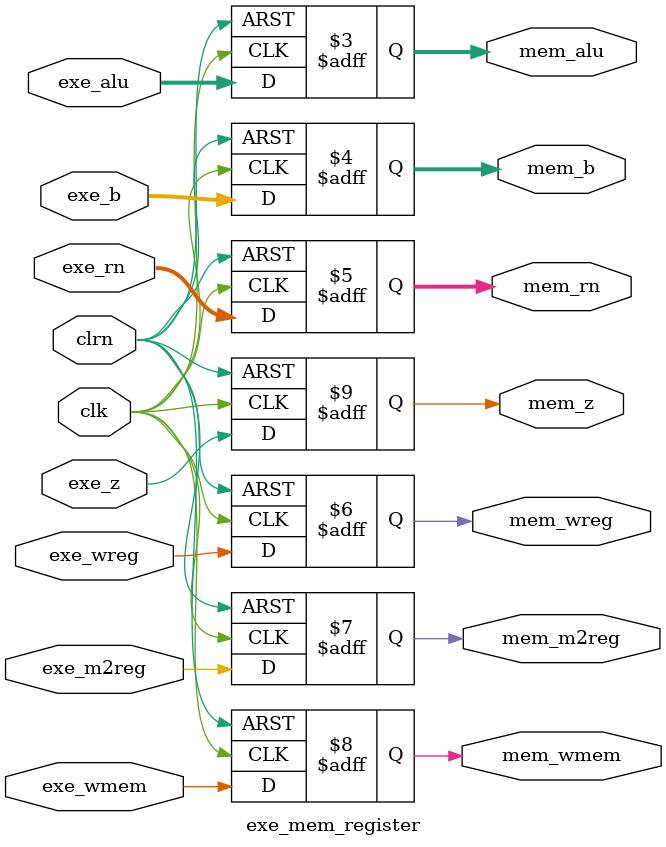
<source format=v>
`timescale 1ns / 1ps
module exe_mem_register(clk,clrn,
	exe_wreg,exe_m2reg,exe_wmem,exe_alu,exe_b,exe_rn,exe_z,
	mem_wreg,mem_m2reg,mem_wmem,mem_alu,mem_b,mem_rn,mem_z
	);
	input [31:0] exe_alu,exe_b;		//exe_b-ÔÚstoreÖ¸ÁîµÄÇé¿öÏÂÐèÒª½«rtÐ´Èë´æ´¢Æ÷
	input [4:0] exe_rn;
	input exe_wreg,exe_m2reg,exe_wmem,exe_z;
	input clk,clrn;
	output [31:0] mem_alu,mem_b;
	output [4:0] mem_rn;
	output mem_wreg,mem_m2reg,mem_wmem,mem_z;
	reg [31:0] mem_alu,mem_b;
	reg [4:0] mem_rn;
	reg mem_wreg,mem_m2reg,mem_wmem,mem_z;
	always @(negedge clrn or posedge clk)
	if(clrn==0)
	begin
		mem_wreg<=0;    mem_m2reg<=0;
		mem_wmem<=0;    mem_alu<=0;
		mem_b<=0;       mem_rn<=0;
		mem_z<=0;
	end
	else
	begin
		mem_wreg<=exe_wreg;    mem_m2reg<=exe_m2reg;
		mem_wmem<=exe_wmem;    mem_alu<=exe_alu;
		mem_b<=exe_b;       mem_rn<=exe_rn;   
		mem_z<=exe_z;
	end
endmodule

</source>
